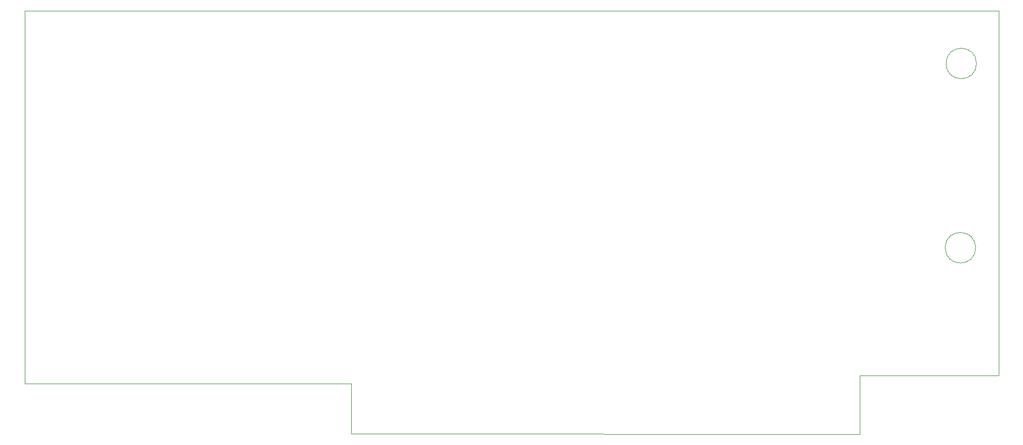
<source format=gbr>
%TF.GenerationSoftware,KiCad,Pcbnew,6.0.2+dfsg-1*%
%TF.CreationDate,2022-05-09T23:13:55-04:00*%
%TF.ProjectId,Cheapsk8_LAN,43686561-7073-46b3-985f-4c414e2e6b69,1*%
%TF.SameCoordinates,Original*%
%TF.FileFunction,Profile,NP*%
%FSLAX46Y46*%
G04 Gerber Fmt 4.6, Leading zero omitted, Abs format (unit mm)*
G04 Created by KiCad (PCBNEW 6.0.2+dfsg-1) date 2022-05-09 23:13:55*
%MOMM*%
%LPD*%
G01*
G04 APERTURE LIST*
%TA.AperFunction,Profile*%
%ADD10C,0.100000*%
%TD*%
G04 APERTURE END LIST*
D10*
X206400400Y-132080000D02*
X206400400Y-74803000D01*
X104673400Y-133375400D02*
X104673400Y-141274800D01*
X206400400Y-74803000D02*
X53340000Y-74803000D01*
X184607200Y-132105400D02*
X206400400Y-132080000D01*
X53340000Y-74803000D02*
X53340000Y-133350000D01*
X202929231Y-83058000D02*
G75*
G03*
X202929231Y-83058000I-2396231J0D01*
G01*
X104673400Y-141274800D02*
X184607200Y-141300200D01*
X202802231Y-112014000D02*
G75*
G03*
X202802231Y-112014000I-2396231J0D01*
G01*
X53340000Y-133350000D02*
X104673400Y-133375400D01*
X184607200Y-141300200D02*
X184607200Y-132105400D01*
M02*

</source>
